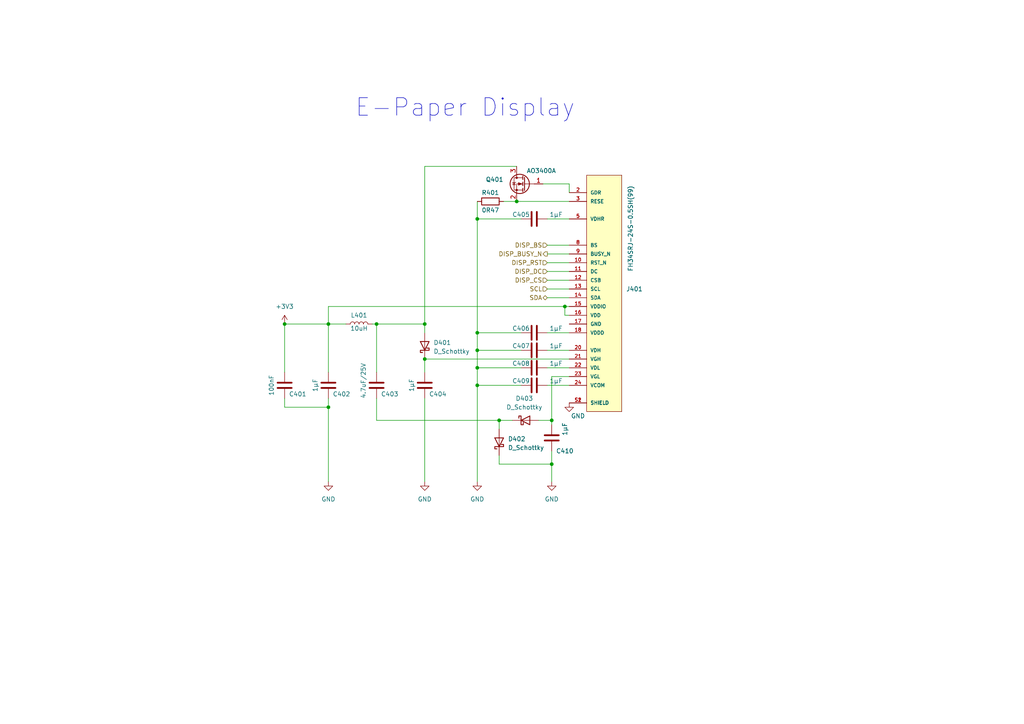
<source format=kicad_sch>
(kicad_sch (version 20211123) (generator eeschema)
  (paper "A4")
  (title_block (title "FabReader2") (date "2022-06-20") (rev "0.2") (company "RLKM UG (haftungsbeschränkt)") (comment 1 "Autoren: Joseph Langosch, Kai Kriegel"))
  (lib_symbols
    (symbol "Device:C" (pin_numbers hide) (pin_names (offset 0.254))
      (property "Reference" "C" (at 0.635 2.54 0))
      (property "Value" "C" (at 0.635 -2.54 0))
      (symbol "C_0_1"
        (polyline (pts (xy -2.032 -0.762) (xy 2.032 -0.762)) (stroke (width 0.508)))
        (polyline (pts (xy -2.032 0.762) (xy 2.032 0.762)) (stroke (width 0.508)))
      )
      (symbol "C_1_1"
        (pin passive line (at 0 3.81 270) (length 2.794) (name "~") (number "1"))
        (pin passive line (at 0 -3.81 90) (length 2.794) (name "~") (number "2"))
      )
    )
    (symbol "Device:D_Schottky" (pin_numbers hide) (pin_names (offset 1.016) hide)
      (property "Reference" "D" (at 0 2.54 0))
      (property "Value" "D_Schottky" (at 0 -2.54 0))
      (symbol "D_Schottky_0_1"
        (polyline (pts (xy 1.27 0) (xy -1.27 0)))
        (polyline (pts (xy 1.27 1.27) (xy 1.27 -1.27) (xy -1.27 0) (xy 1.27 1.27)) (stroke (width 0.254)))
        (polyline (pts (xy -1.905 0.635) (xy -1.905 1.27) (xy -1.27 1.27) (xy -1.27 -1.27) (xy -0.635 -1.27) (xy -0.635 -0.635)) (stroke (width 0.254)))
      )
      (symbol "D_Schottky_1_1"
        (pin passive line (at -3.81 0 0) (length 2.54) (name "K") (number "1"))
        (pin passive line (at 3.81 0 180) (length 2.54) (name "A") (number "2"))
      )
    )
    (symbol "Device:L" (pin_numbers hide) (pin_names (offset 1.016) hide)
      (property "Reference" "L" (at -1.27 0 90))
      (property "Value" "L" (at 1.905 0 90))
      (symbol "L_0_1"
        (arc (start 0 -2.54) (mid 0.635 -1.905) (end 0 -1.27))
        (arc (start 0 -1.27) (mid 0.635 -0.635) (end 0 0))
        (arc (start 0 0) (mid 0.635 0.635) (end 0 1.27))
        (arc (start 0 1.27) (mid 0.635 1.905) (end 0 2.54))
      )
      (symbol "L_1_1"
        (pin passive line (at 0 3.81 270) (length 1.27) (name "1") (number "1"))
        (pin passive line (at 0 -3.81 90) (length 1.27) (name "2") (number "2"))
      )
    )
    (symbol "Device:R" (pin_numbers hide) (pin_names (offset 0))
      (property "Reference" "R" (at 2.032 0 90))
      (property "Value" "R" (at 0 0 90))
      (symbol "R_0_1"
        (rectangle (start -1.016 -2.54) (end 1.016 2.54) (stroke (width 0.254)))
      )
      (symbol "R_1_1"
        (pin passive line (at 0 3.81 270) (length 1.27) (name "~") (number "1"))
        (pin passive line (at 0 -3.81 90) (length 1.27) (name "~") (number "2"))
      )
    )
    (symbol "FH34SRJ-24S-0.5SH_99_:FH34SRJ-24S-0.5SH(99)" (pin_names (offset 1.016))
      (property "Reference" "J1" (at 6.35 0.0001 0))
      (property "Value" "FH34SRJ-24S-0.5SH(99)" (at 6.35 -2.5399 0))
      (symbol "FH34SRJ-24S-0.5SH(99)_0_0"
        (rectangle (start -5.08 -35.56) (end 5.08 33.02) (fill (type background)))
        (pin passive line (at -10.16 30.48 0) (length 5.08) hide (name "NC") (number "1"))
        (pin passive line (at -10.16 7.62 0) (length 5.08) (name "RST_N") (number "10"))
        (pin passive line (at -10.16 5.08 0) (length 5.08) (name "DC") (number "11"))
        (pin passive line (at -10.16 2.54 0) (length 5.08) (name "CSB") (number "12"))
        (pin passive line (at -10.16 0 0) (length 5.08) (name "SCL") (number "13"))
        (pin passive line (at -10.16 -2.54 0) (length 5.08) (name "SDA") (number "14"))
        (pin passive line (at -10.16 -5.08 0) (length 5.08) (name "VDDIO") (number "15"))
        (pin passive line (at -10.16 -7.62 0) (length 5.08) (name "VDD") (number "16"))
        (pin passive line (at -10.16 -10.16 0) (length 5.08) (name "GND") (number "17"))
        (pin passive line (at -10.16 -12.7 0) (length 5.08) (name "VDDD") (number "18"))
        (pin passive line (at -10.16 -15.24 0) (length 5.08) hide (name "NC") (number "19"))
        (pin passive line (at -10.16 27.94 0) (length 5.08) (name "GDR") (number "2"))
        (pin passive line (at -10.16 -17.78 0) (length 5.08) (name "VDH") (number "20"))
        (pin passive line (at -10.16 -20.32 0) (length 5.08) (name "VGH") (number "21"))
        (pin passive line (at -10.16 -22.86 0) (length 5.08) (name "VDL") (number "22"))
        (pin passive line (at -10.16 -25.4 0) (length 5.08) (name "VGL") (number "23"))
        (pin passive line (at -10.16 -27.94 0) (length 5.08) (name "VCOM") (number "24"))
        (pin passive line (at -10.16 25.4 0) (length 5.08) (name "RESE") (number "3"))
        (pin passive line (at -10.16 22.86 0) (length 5.08) hide (name "NC") (number "4"))
        (pin passive line (at -10.16 20.32 0) (length 5.08) (name "VDHR") (number "5"))
        (pin passive line (at -10.16 17.78 0) (length 5.08) hide (name "NC") (number "6"))
        (pin passive line (at -10.16 15.24 0) (length 5.08) hide (name "NC") (number "7"))
        (pin passive line (at -10.16 12.7 0) (length 5.08) (name "BS") (number "8"))
        (pin passive line (at -10.16 10.16 0) (length 5.08) (name "BUSY_N") (number "9"))
        (pin passive line (at -10.16 -33.02 0) (length 5.08) (name "SHIELD") (number "S1"))
        (pin passive line (at -10.16 -33.02 0) (length 5.08) (name "SHIELD") (number "S2"))
      )
    )
    (symbol "Transistor_FET:AO3400A" (pin_names hide)
      (property "Reference" "Q" (at 5.08 1.905 0))
      (property "Value" "AO3400A" (at 5.08 0 0))
      (symbol "AO3400A_0_1"
        (polyline (pts (xy 0.254 0) (xy -2.54 0)))
        (polyline (pts (xy 0.254 1.905) (xy 0.254 -1.905)) (stroke (width 0.254)))
        (polyline (pts (xy 0.762 -1.27) (xy 0.762 -2.286)) (stroke (width 0.254)))
        (polyline (pts (xy 0.762 0.508) (xy 0.762 -0.508)) (stroke (width 0.254)))
        (polyline (pts (xy 0.762 2.286) (xy 0.762 1.27)) (stroke (width 0.254)))
        (polyline (pts (xy 2.54 2.54) (xy 2.54 1.778)))
        (polyline (pts (xy 2.54 -2.54) (xy 2.54 0) (xy 0.762 0)))
        (polyline (pts (xy 0.762 -1.778) (xy 3.302 -1.778) (xy 3.302 1.778) (xy 0.762 1.778)))
        (polyline (pts (xy 1.016 0) (xy 2.032 0.381) (xy 2.032 -0.381) (xy 1.016 0)) (fill (type outline)))
        (polyline (pts (xy 2.794 0.508) (xy 2.921 0.381) (xy 3.683 0.381) (xy 3.81 0.254)))
        (polyline (pts (xy 3.302 0.381) (xy 2.921 -0.254) (xy 3.683 -0.254) (xy 3.302 0.381)))
        (circle (center 1.651 0) (radius 2.794) (stroke (width 0.254)))
        (circle (center 2.54 -1.778) (radius 0.254) (fill (type outline)))
        (circle (center 2.54 1.778) (radius 0.254) (fill (type outline)))
      )
      (symbol "AO3400A_1_1"
        (pin input line (at -5.08 0 0) (length 2.54) (name "G") (number "1"))
        (pin passive line (at 2.54 -5.08 90) (length 2.54) (name "S") (number "2"))
        (pin passive line (at 2.54 5.08 270) (length 2.54) (name "D") (number "3"))
      )
    )
    (symbol "power:+3V3" (power) (pin_names (offset 0))
      (property "Value" "+3V3" (at 0 3.556 0))
      (symbol "+3V3_0_1"
        (polyline (pts (xy -0.762 1.27) (xy 0 2.54)))
        (polyline (pts (xy 0 0) (xy 0 2.54)))
        (polyline (pts (xy 0 2.54) (xy 0.762 1.27)))
      )
      (symbol "+3V3_1_1"
        (pin power_in line (at 0 0 90) (length 0) hide (name "+3V3") (number "1"))
      )
    )
    (symbol "power:GND" (power) (pin_names (offset 0))
      (property "Value" "GND" (at 0 -3.81 0))
      (symbol "GND_0_1"
        (polyline (pts (xy 0 0) (xy 0 -1.27) (xy 1.27 -1.27) (xy 0 -2.54) (xy -1.27 -1.27) (xy 0 -1.27)))
      )
      (symbol "GND_1_1"
        (pin power_in line (at 0 0 270) (length 0) hide (name "GND") (number "1"))
      )
    )
  )
  (junction (at 138.43 96.52))
  (junction (at 149.86 58.42))
  (junction (at 138.43 101.6))
  (junction (at 82.55 93.98))
  (junction (at 144.78 121.92))
  (junction (at 160.02 121.92))
  (junction (at 95.25 118.11))
  (junction (at 138.43 111.76))
  (junction (at 95.25 93.98))
  (junction (at 160.02 134.62))
  (junction (at 109.22 93.98))
  (junction (at 123.19 104.14))
  (junction (at 163.83 88.9))
  (junction (at 138.43 63.5))
  (junction (at 138.43 106.68))
  (junction (at 123.19 93.98))
  (wire (pts (xy 138.43 96.52) (xy 138.43 63.5)))
  (wire (pts (xy 144.78 134.62) (xy 160.02 134.62)))
  (wire (pts (xy 138.43 63.5) (xy 151.13 63.5)))
  (wire (pts (xy 123.19 115.57) (xy 123.19 139.7)))
  (wire (pts (xy 158.75 83.82) (xy 165.1 83.82)))
  (wire (pts (xy 138.43 106.68) (xy 138.43 101.6)))
  (wire (pts (xy 158.75 71.12) (xy 165.1 71.12)))
  (wire (pts (xy 163.83 88.9) (xy 163.83 91.44)))
  (wire (pts (xy 158.75 106.68) (xy 165.1 106.68)))
  (wire (pts (xy 158.75 101.6) (xy 165.1 101.6)))
  (wire (pts (xy 109.22 121.92) (xy 144.78 121.92)))
  (wire (pts (xy 138.43 101.6) (xy 138.43 96.52)))
  (wire (pts (xy 95.25 107.95) (xy 95.25 93.98)))
  (wire (pts (xy 123.19 96.52) (xy 123.19 93.98)))
  (wire (pts (xy 158.75 86.36) (xy 165.1 86.36)))
  (wire (pts (xy 138.43 101.6) (xy 151.13 101.6)))
  (wire (pts (xy 160.02 134.62) (xy 160.02 139.7)))
  (wire (pts (xy 107.95 93.98) (xy 109.22 93.98)))
  (wire (pts (xy 109.22 107.95) (xy 109.22 93.98)))
  (wire (pts (xy 156.21 121.92) (xy 160.02 121.92)))
  (wire (pts (xy 95.25 88.9) (xy 163.83 88.9)))
  (wire (pts (xy 146.05 58.42) (xy 149.86 58.42)))
  (wire (pts (xy 158.75 111.76) (xy 165.1 111.76)))
  (wire (pts (xy 158.75 73.66) (xy 165.1 73.66)))
  (wire (pts (xy 138.43 96.52) (xy 151.13 96.52)))
  (wire (pts (xy 123.19 104.14) (xy 165.1 104.14)))
  (wire (pts (xy 144.78 132.08) (xy 144.78 134.62)))
  (wire (pts (xy 138.43 58.42) (xy 138.43 63.5)))
  (wire (pts (xy 138.43 111.76) (xy 138.43 139.7)))
  (wire (pts (xy 82.55 93.98) (xy 95.25 93.98)))
  (wire (pts (xy 165.1 88.9) (xy 163.83 88.9)))
  (wire (pts (xy 109.22 115.57) (xy 109.22 121.92)))
  (wire (pts (xy 138.43 111.76) (xy 138.43 106.68)))
  (wire (pts (xy 148.59 121.92) (xy 144.78 121.92)))
  (wire (pts (xy 95.25 115.57) (xy 95.25 118.11)))
  (wire (pts (xy 165.1 53.34) (xy 165.1 55.88)))
  (wire (pts (xy 158.75 63.5) (xy 165.1 63.5)))
  (wire (pts (xy 158.75 76.2) (xy 165.1 76.2)))
  (wire (pts (xy 158.75 96.52) (xy 165.1 96.52)))
  (wire (pts (xy 123.19 48.26) (xy 123.19 93.98)))
  (wire (pts (xy 158.75 81.28) (xy 165.1 81.28)))
  (wire (pts (xy 160.02 130.81) (xy 160.02 134.62)))
  (wire (pts (xy 151.13 111.76) (xy 138.43 111.76)))
  (wire (pts (xy 82.55 115.57) (xy 82.55 118.11)))
  (wire (pts (xy 163.83 91.44) (xy 165.1 91.44)))
  (wire (pts (xy 123.19 104.14) (xy 123.19 107.95)))
  (wire (pts (xy 95.25 93.98) (xy 95.25 88.9)))
  (wire (pts (xy 149.86 58.42) (xy 165.1 58.42)))
  (wire (pts (xy 160.02 109.22) (xy 160.02 121.92)))
  (wire (pts (xy 165.1 109.22) (xy 160.02 109.22)))
  (wire (pts (xy 95.25 118.11) (xy 95.25 139.7)))
  (wire (pts (xy 95.25 93.98) (xy 100.33 93.98)))
  (wire (pts (xy 158.75 78.74) (xy 165.1 78.74)))
  (wire (pts (xy 144.78 121.92) (xy 144.78 124.46)))
  (wire (pts (xy 123.19 48.26) (xy 149.86 48.26)))
  (wire (pts (xy 82.55 118.11) (xy 95.25 118.11)))
  (wire (pts (xy 138.43 106.68) (xy 151.13 106.68)))
  (wire (pts (xy 160.02 121.92) (xy 160.02 123.19)))
  (wire (pts (xy 109.22 93.98) (xy 123.19 93.98)))
  (wire (pts (xy 82.55 107.95) (xy 82.55 93.98)))
  (wire (pts (xy 157.48 53.34) (xy 165.1 53.34)))
  (text "E-Paper Display" (at 102.87 34.29 0) (effects (font (size 5.08 5.08)) (justify left bottom)))
  (hierarchical_label "DISP_DC" (shape input) (at 158.75 78.74 180))
  (hierarchical_label "DISP_BS" (shape input) (at 158.75 71.12 180))
  (hierarchical_label "SCL" (shape input) (at 158.75 83.82 180))
  (hierarchical_label "DISP_RST" (shape input) (at 158.75 76.2 180))
  (hierarchical_label "DISP_BUSY_N" (shape output) (at 158.75 73.66 180))
  (hierarchical_label "SDA" (shape bidirectional) (at 158.75 86.36 180))
  (hierarchical_label "DISP_CS" (shape input) (at 158.75 81.28 180))
  (symbol (lib_id "Device:L") (at 104.14 93.98 90) (unit 1)
    (property "Reference" "L401" (at 104.14 91.44 90))
    (property "Value" "10uH" (at 104.14 95.25 90))
    (property "Footprint" "ASPI-2515:L_Abracon_ASPI-2515" (effects hide))
    (property "Datasheet" "https://datasheet.lcsc.com/lcsc/2105100141_Abracon-LLC-ASPI-2512-100M-T2_C1330775.pdf" (effects hide))
    (property "MANUFACTURER" "Abracon LLC" (effects hide))
    (property "MPN" "ASPI-2512-100M-T2" (effects hide))
  )
  (symbol (lib_id "Device:C") (at 154.94 106.68 90) (unit 1)
    (property "Reference" "C408" (at 151.13 105.41 90))
    (property "Value" "1µF" (at 161.29 105.41 90))
    (property "Footprint" "Capacitor_SMD:C_0603_1608Metric" (effects hide))
    (property "Datasheet" "https://datasheet.lcsc.com/lcsc/1811141341_Murata-Electronics-GRM188R61E105KA12D_C77046.pdf" (effects hide))
    (property "MANUFACTURER" "Murata Electronics" (effects hide))
    (property "MPN" "GRM188R61E105KA12D" (effects hide))
  )
  (symbol (lib_id "power:GND") (at 123.19 139.7 0) (unit 1)
    (property "Reference" "#PWR0403" (effects hide))
    (property "Value" "GND" (at 123.19 144.78 0))
  )
  (symbol (lib_id "Device:C") (at 154.94 96.52 90) (unit 1)
    (property "Reference" "C406" (at 151.13 95.25 90))
    (property "Value" "1µF" (at 161.29 95.25 90))
    (property "Footprint" "Capacitor_SMD:C_0603_1608Metric" (effects hide))
    (property "Datasheet" "https://datasheet.lcsc.com/lcsc/1811141341_Murata-Electronics-GRM188R61E105KA12D_C77046.pdf" (effects hide))
    (property "MANUFACTURER" "Murata Electronics" (effects hide))
    (property "MPN" "GRM188R61E105KA12D" (effects hide))
  )
  (symbol (lib_id "power:+3V3") (at 82.55 93.98 0) (unit 1)
    (property "Reference" "#PWR0401" (effects hide))
    (property "Value" "+3V3" (at 82.55 88.9 0))
  )
  (symbol (lib_id "Device:D_Schottky") (at 123.19 100.33 90) (unit 1)
    (property "Reference" "D401" (at 125.73 99.3774 90) (effects (justify right)))
    (property "Value" "D_Schottky" (at 125.73 101.9174 90) (effects (justify right)))
    (property "Footprint" "Diode_SMD:D_SOD-123F" (effects hide))
  )
  (symbol (lib_id "Device:C") (at 95.25 111.76 180) (unit 1)
    (property "Reference" "C402" (at 99.06 114.3 0))
    (property "Value" "1µF" (at 91.44 111.76 90))
    (property "Footprint" "Capacitor_SMD:C_0603_1608Metric" (effects hide))
    (property "Datasheet" "https://datasheet.lcsc.com/lcsc/1811141341_Murata-Electronics-GRM188R61E105KA12D_C77046.pdf" (effects hide))
    (property "MANUFACTURER" "Murata Electronics" (effects hide))
    (property "MPN" "GRM188R61E105KA12D" (effects hide))
    (property "Type" "X5R" (effects hide))
  )
  (symbol (lib_id "Device:C") (at 160.02 127 0) (unit 1)
    (property "Reference" "C410" (at 163.83 130.81 0))
    (property "Value" "1µF" (at 163.83 124.46 90))
    (property "Footprint" "Capacitor_SMD:C_0603_1608Metric" (effects hide))
    (property "Datasheet" "https://datasheet.lcsc.com/lcsc/1811141341_Murata-Electronics-GRM188R61E105KA12D_C77046.pdf" (effects hide))
    (property "MANUFACTURER" "Murata Electronics" (effects hide))
    (property "MPN" "GRM188R61E105KA12D" (effects hide))
  )
  (symbol (lib_id "Device:C") (at 123.19 111.76 180) (unit 1)
    (property "Reference" "C404" (at 127 114.3 0))
    (property "Value" "1µF" (at 119.38 111.76 90))
    (property "Footprint" "Capacitor_SMD:C_0603_1608Metric" (effects hide))
    (property "Datasheet" "https://datasheet.lcsc.com/lcsc/1811141341_Murata-Electronics-GRM188R61E105KA12D_C77046.pdf" (effects hide))
    (property "MANUFACTURER" "Murata Electronics" (effects hide))
    (property "MPN" "GRM188R61E105KA12D" (effects hide))
  )
  (symbol (lib_id "Device:C") (at 154.94 63.5 90) (unit 1)
    (property "Reference" "C405" (at 151.13 62.23 90))
    (property "Value" "1µF" (at 161.29 62.23 90))
    (property "Footprint" "Capacitor_SMD:C_0603_1608Metric" (effects hide))
    (property "Datasheet" "https://datasheet.lcsc.com/lcsc/1811141341_Murata-Electronics-GRM188R61E105KA12D_C77046.pdf" (effects hide))
    (property "MANUFACTURER" "Murata Electronics" (effects hide))
    (property "MPN" "GRM188R61E105KA12D" (effects hide))
  )
  (symbol (lib_id "Device:R") (at 142.24 58.42 90) (unit 1)
    (property "Reference" "R401" (at 142.24 55.88 90))
    (property "Value" "0R47" (at 142.24 60.96 90))
    (property "Footprint" "Resistor_SMD:R_0603_1608Metric" (effects hide))
    (property "Datasheet" "https://datasheet.lcsc.com/lcsc/2206010230_UNI-ROYAL-Uniroyal-Elec-0603WAJ0470T5E_C1211.pdf" (effects hide))
    (property "MANUFACTURER" "UNI-ROYAL(Uniroyal Elec)" (effects hide))
    (property "MPN" "0603WAJ0470T5E" (effects hide))
  )
  (symbol (lib_id "Device:C") (at 154.94 101.6 90) (unit 1)
    (property "Reference" "C407" (at 151.13 100.33 90))
    (property "Value" "1µF" (at 161.29 100.33 90))
    (property "Footprint" "Capacitor_SMD:C_0603_1608Metric" (effects hide))
    (property "Datasheet" "https://datasheet.lcsc.com/lcsc/1811141341_Murata-Electronics-GRM188R61E105KA12D_C77046.pdf" (effects hide))
    (property "MANUFACTURER" "Murata Electronics" (effects hide))
    (property "MPN" "GRM188R61E105KA12D" (effects hide))
  )
  (symbol (lib_id "Device:D_Schottky") (at 152.4 121.92 0) (unit 1)
    (property "Reference" "D403" (at 152.0825 115.57 0))
    (property "Value" "D_Schottky" (at 152.0825 118.11 0))
    (property "Footprint" "Diode_SMD:D_SOD-123F" (effects hide))
  )
  (symbol (lib_id "Device:D_Schottky") (at 144.78 128.27 90) (unit 1)
    (property "Reference" "D402" (at 147.32 127.3174 90) (effects (justify right)))
    (property "Value" "D_Schottky" (at 147.32 129.8574 90) (effects (justify right)))
    (property "Footprint" "Diode_SMD:D_SOD-123F" (effects hide))
  )
  (symbol (lib_id "power:GND") (at 160.02 139.7 0) (unit 1)
    (property "Reference" "#PWR0405" (effects hide))
    (property "Value" "GND" (at 160.02 144.78 0))
  )
  (symbol (lib_id "FH34SRJ-24S-0.5SH_99_:FH34SRJ-24S-0.5SH(99)") (at 175.26 83.82 0) (unit 1)
    (property "Reference" "J401" (at 181.61 83.8199 0) (effects (justify left)))
    (property "Value" "FH34SRJ-24S-0.5SH(99)" (at 182.88 78.74 90) (effects (justify left)))
    (property "Footprint" "FH34SRJ-24S-0:HRS_FH34SRJ-24S-0.5SH(99)" (effects hide))
    (property "Datasheet" "https://datasheet.lcsc.com/lcsc/1811071030_HRS-Hirose-FH34SRJ-24S-0-5SH-50_C324726.pdf" (effects hide))
    (property "MANUFACTURER" "HIROSE ELECTRIC" (effects hide))
    (property "MAXIMUM_PACKAGE_HEIGHT" "1.75mm" (effects hide))
    (property "PARTREV" "NA" (effects hide))
    (property "STANDARD" "Manufacturer Recommendations" (effects hide))
    (property "MPN" "FH34SRJ-24S-0.5SH(50)" (effects hide))
  )
  (symbol (lib_id "Device:C") (at 82.55 111.76 180) (unit 1)
    (property "Reference" "C401" (at 86.36 114.3 0))
    (property "Value" "100nF" (at 78.74 111.76 90))
    (property "Footprint" "Capacitor_SMD:C_0603_1608Metric" (effects hide))
    (property "Datasheet" "https://datasheet.lcsc.com/lcsc/1809301912_YAGEO-CC0603KRX7R9BB104_C14663.pdf" (effects hide))
    (property "MANUFACTURER" "YAGEO" (effects hide))
    (property "MPN" "CC0603KRX7R9BB104" (effects hide))
    (property "Type" "X5R" (effects hide))
  )
  (symbol (lib_id "power:GND") (at 165.1 116.84 0) (unit 1)
    (property "Reference" "#PWR0406" (effects hide))
    (property "Value" "GND" (at 167.64 120.65 0))
  )
  (symbol (lib_id "Transistor_FET:AO3400A") (at 152.4 53.34 0) (mirror y) (unit 1)
    (property "Reference" "Q401" (at 146.05 52.0699 0) (effects (justify left)))
    (property "Value" "AO3400A" (at 161.29 49.53 0) (effects (justify left)))
    (property "Footprint" "Package_TO_SOT_SMD:SOT-23" (effects hide))
    (property "Datasheet" "https://datasheet.lcsc.com/lcsc/2007171935_HUASHUO-AO3400A_C700953.pdf" (effects hide))
    (property "MANUFACTURER" "HUASHUO" (effects hide))
    (property "MPN" "AO3400A" (effects hide))
  )
  (symbol (lib_id "Device:C") (at 109.22 111.76 0) (unit 1)
    (property "Reference" "C403" (at 110.49 114.3 0) (effects (justify left)))
    (property "Value" "4.7uF/25V" (at 105.41 115.57 90) (effects (justify left)))
    (property "Footprint" "Capacitor_SMD:C_0603_1608Metric" (effects hide))
    (property "Datasheet" "https://datasheet.lcsc.com/lcsc/2108150230_Murata-Electronics-GRM155R61E475ME15D_C2858031.pdf" (effects hide))
    (property "MANUFACTURER" "Murata Electronics" (effects hide))
    (property "MPN" "GRM155R61E475ME15D" (effects hide))
    (property "Type" "X5R" (effects hide))
  )
  (symbol (lib_id "power:GND") (at 138.43 139.7 0) (unit 1)
    (property "Reference" "#PWR0404" (effects hide))
    (property "Value" "GND" (at 138.43 144.78 0))
  )
  (symbol (lib_id "Device:C") (at 154.94 111.76 90) (unit 1)
    (property "Reference" "C409" (at 151.13 110.49 90))
    (property "Value" "1µF" (at 161.29 110.49 90))
    (property "Footprint" "Capacitor_SMD:C_0603_1608Metric" (effects hide))
    (property "Datasheet" "https://datasheet.lcsc.com/lcsc/1811141341_Murata-Electronics-GRM188R61E105KA12D_C77046.pdf" (effects hide))
    (property "MANUFACTURER" "Murata Electronics" (effects hide))
    (property "MPN" "GRM188R61E105KA12D" (effects hide))
  )
  (symbol (lib_id "power:GND") (at 95.25 139.7 0) (unit 1)
    (property "Reference" "#PWR0402" (effects hide))
    (property "Value" "GND" (at 95.25 144.78 0))
  )
)
</source>
